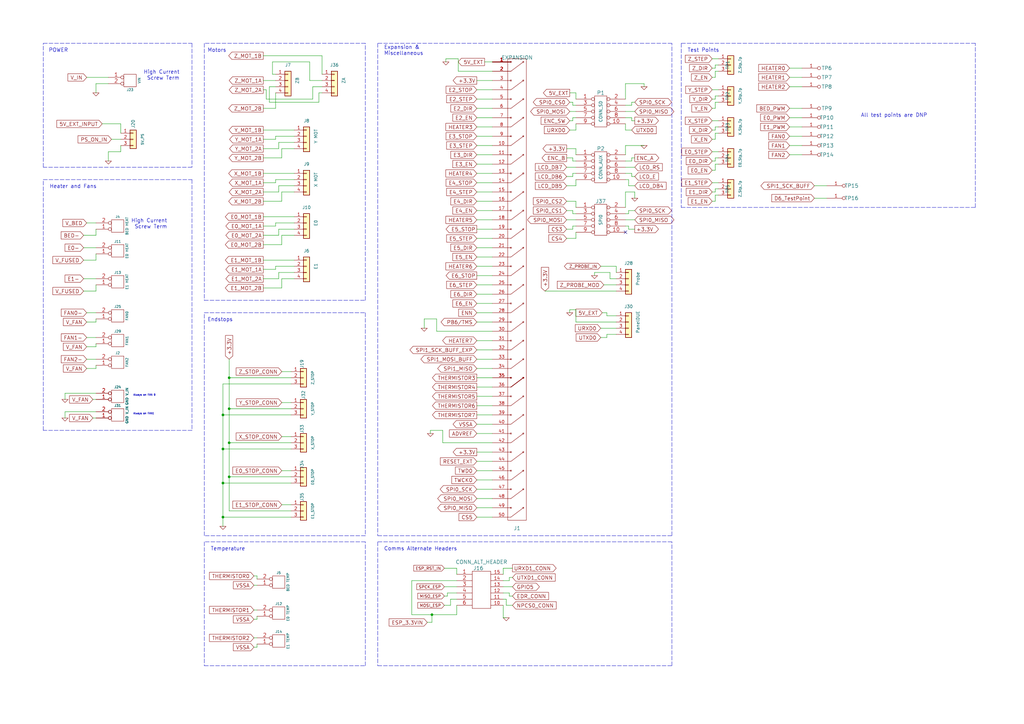
<source format=kicad_sch>
(kicad_sch (version 20211123) (generator eeschema)
  (paper "A3")
  (title_block (title "Duet 2") (date "2023-04-06") (rev "1.06") (company "Duet3D") (comment 1 "https://github.com/T3P3/Duet/blob/master/LICENSE"))
  (junction (at 93.98 195.58))
  (junction (at 91.44 170.18))
  (junction (at 93.98 181.61))
  (junction (at 93.98 167.64))
  (junction (at 177.165 252.095))
  (junction (at 91.44 212.09))
  (junction (at 91.44 198.12))
  (junction (at 91.44 184.15))
  (junction (at 93.98 154.94))
  (no_connect (at 256.54 95.25))
  (wire (pts (xy 184.785 248.285) (xy 182.245 248.285)))
  (wire (pts (xy 206.375 233.045) (xy 210.185 233.045)))
  (wire (pts (xy 292.1 62.23) (xy 294.64 62.23)))
  (wire (pts (xy 234.95 48.26) (xy 236.22 48.26)))
  (wire (pts (xy 260.35 45.72) (xy 256.54 45.72)))
  (wire (pts (xy 181.61 181.61) (xy 201.93 181.61)))
  (wire (pts (xy 128.27 35.56) (xy 132.08 35.56)))
  (wire (pts (xy 93.98 154.94) (xy 93.98 167.64)))
  (wire (pts (xy 256.54 34.29) (xy 264.16 34.29)))
  (wire (pts (xy 236.22 38.1) (xy 236.22 40.64)))
  (wire (pts (xy 113.03 109.22) (xy 120.65 109.22)))
  (polyline (pts (xy 83.82 128.27) (xy 149.86 128.27)))
  (wire (pts (xy 41.91 50.8) (xy 49.53 50.8)))
  (wire (pts (xy 109.22 36.83) (xy 109.22 40.64)))
  (wire (pts (xy 232.41 93.98) (xy 234.95 93.98)))
  (polyline (pts (xy 17.78 68.58) (xy 17.78 17.78)))
  (polyline (pts (xy 154.94 219.71) (xy 275.59 219.71)))
  (wire (pts (xy 195.58 113.03) (xy 201.93 113.03)))
  (wire (pts (xy 292.1 49.53) (xy 294.64 49.53)))
  (wire (pts (xy 91.44 170.18) (xy 119.38 170.18)))
  (wire (pts (xy 234.95 92.71) (xy 236.22 92.71)))
  (wire (pts (xy 184.785 245.745) (xy 184.785 248.285)))
  (wire (pts (xy 293.37 41.91) (xy 294.64 41.91)))
  (wire (pts (xy 176.53 176.53) (xy 176.53 177.8)))
  (wire (pts (xy 292.1 36.83) (xy 294.64 36.83)))
  (wire (pts (xy 113.03 55.88) (xy 120.65 55.88)))
  (wire (pts (xy 115.57 64.77) (xy 115.57 60.96)))
  (wire (pts (xy 195.58 82.55) (xy 201.93 82.55)))
  (wire (pts (xy 107.95 110.49) (xy 113.03 110.49)))
  (wire (pts (xy 236.22 82.55) (xy 236.22 85.09)))
  (wire (pts (xy 182.88 24.13) (xy 187.96 24.13)))
  (wire (pts (xy 93.98 147.32) (xy 93.98 154.94)))
  (wire (pts (xy 39.37 96.52) (xy 34.29 96.52)))
  (wire (pts (xy 248.92 128.27) (xy 248.92 129.54)))
  (wire (pts (xy 256.54 48.26) (xy 259.08 48.26)))
  (wire (pts (xy 107.95 92.71) (xy 113.03 92.71)))
  (wire (pts (xy 34.29 106.68) (xy 39.37 106.68)))
  (wire (pts (xy 39.37 147.32) (xy 35.56 147.32)))
  (wire (pts (xy 195.58 128.27) (xy 201.93 128.27)))
  (wire (pts (xy 177.165 255.27) (xy 177.165 252.095)))
  (wire (pts (xy 93.98 181.61) (xy 119.38 181.61)))
  (wire (pts (xy 292.1 44.45) (xy 293.37 44.45)))
  (polyline (pts (xy 275.59 273.05) (xy 275.59 222.25)))
  (wire (pts (xy 247.015 128.27) (xy 248.92 128.27)))
  (wire (pts (xy 107.95 106.68) (xy 120.65 106.68)))
  (wire (pts (xy 257.81 93.98) (xy 257.81 92.71)))
  (wire (pts (xy 206.375 248.285) (xy 206.375 253.365)))
  (wire (pts (xy 173.99 130.81) (xy 179.07 130.81)))
  (wire (pts (xy 195.58 204.47) (xy 201.93 204.47)))
  (wire (pts (xy 187.96 29.21) (xy 201.93 29.21)))
  (wire (pts (xy 208.915 244.475) (xy 208.915 243.205)))
  (wire (pts (xy 292.1 57.15) (xy 293.37 57.15)))
  (wire (pts (xy 107.95 57.15) (xy 113.03 57.15)))
  (wire (pts (xy 328.93 63.5) (xy 323.85 63.5)))
  (wire (pts (xy 183.515 243.205) (xy 187.325 243.205)))
  (wire (pts (xy 111.76 25.4) (xy 111.76 30.48)))
  (wire (pts (xy 38.1 171.45) (xy 39.37 171.45)))
  (wire (pts (xy 104.14 254) (xy 105.41 254)))
  (wire (pts (xy 35.56 142.24) (xy 39.37 142.24)))
  (wire (pts (xy 107.95 53.34) (xy 120.65 53.34)))
  (wire (pts (xy 293.37 40.64) (xy 293.37 39.37)))
  (wire (pts (xy 114.3 76.2) (xy 120.65 76.2)))
  (wire (pts (xy 234.95 87.63) (xy 236.22 87.63)))
  (wire (pts (xy 176.53 176.53) (xy 181.61 176.53)))
  (wire (pts (xy 292.1 53.34) (xy 293.37 53.34)))
  (wire (pts (xy 93.98 167.64) (xy 119.38 167.64)))
  (polyline (pts (xy 149.86 123.19) (xy 149.86 17.78)))
  (wire (pts (xy 195.58 212.09) (xy 201.93 212.09)))
  (wire (pts (xy 114.3 96.52) (xy 114.3 93.98)))
  (wire (pts (xy 233.68 45.72) (xy 236.22 45.72)))
  (wire (pts (xy 293.37 54.61) (xy 294.64 54.61)))
  (wire (pts (xy 115.57 78.74) (xy 120.65 78.74)))
  (wire (pts (xy 110.49 41.91) (xy 110.49 35.56)))
  (wire (pts (xy 26.67 168.91) (xy 26.67 171.45)))
  (wire (pts (xy 232.41 72.39) (xy 234.95 72.39)))
  (wire (pts (xy 91.44 198.12) (xy 91.44 212.09)))
  (wire (pts (xy 339.09 76.2) (xy 334.01 76.2)))
  (wire (pts (xy 195.58 93.98) (xy 201.93 93.98)))
  (polyline (pts (xy 400.05 85.09) (xy 400.05 17.78)))
  (wire (pts (xy 195.58 193.04) (xy 201.93 193.04)))
  (wire (pts (xy 195.58 109.22) (xy 201.93 109.22)))
  (wire (pts (xy 292.1 82.55) (xy 293.37 82.55)))
  (wire (pts (xy 44.45 31.75) (xy 35.56 31.75)))
  (wire (pts (xy 93.98 195.58) (xy 119.38 195.58)))
  (wire (pts (xy 115.57 114.3) (xy 120.65 114.3)))
  (wire (pts (xy 328.93 35.56) (xy 323.85 35.56)))
  (polyline (pts (xy 275.59 219.71) (xy 275.59 17.78)))
  (wire (pts (xy 201.93 116.84) (xy 195.58 116.84)))
  (polyline (pts (xy 78.74 17.78) (xy 78.74 68.58)))
  (wire (pts (xy 195.58 33.02) (xy 201.93 33.02)))
  (wire (pts (xy 107.95 96.52) (xy 114.3 96.52)))
  (wire (pts (xy 39.37 142.24) (xy 39.37 140.97)))
  (wire (pts (xy 195.58 74.93) (xy 201.93 74.93)))
  (wire (pts (xy 210.185 244.475) (xy 208.915 244.475)))
  (wire (pts (xy 208.915 238.125) (xy 206.375 238.125)))
  (wire (pts (xy 187.325 245.745) (xy 184.785 245.745)))
  (wire (pts (xy 292.1 78.74) (xy 293.37 78.74)))
  (wire (pts (xy 91.44 184.15) (xy 119.38 184.15)))
  (wire (pts (xy 293.37 78.74) (xy 293.37 77.47)))
  (wire (pts (xy 293.37 66.04) (xy 293.37 64.77)))
  (polyline (pts (xy 78.74 176.53) (xy 17.78 176.53)))
  (wire (pts (xy 93.98 195.58) (xy 93.98 209.55)))
  (wire (pts (xy 187.325 252.095) (xy 187.325 248.285)))
  (wire (pts (xy 113.03 91.44) (xy 120.65 91.44)))
  (polyline (pts (xy 17.78 176.53) (xy 17.78 73.66)))
  (wire (pts (xy 246.38 138.43) (xy 248.92 138.43)))
  (polyline (pts (xy 83.82 222.25) (xy 83.82 273.05)))
  (wire (pts (xy 179.07 135.89) (xy 201.93 135.89)))
  (wire (pts (xy 234.95 71.12) (xy 236.22 71.12)))
  (polyline (pts (xy 279.4 85.09) (xy 400.05 85.09)))
  (wire (pts (xy 201.93 185.42) (xy 195.58 185.42)))
  (wire (pts (xy 232.41 68.58) (xy 236.22 68.58)))
  (wire (pts (xy 177.165 252.095) (xy 187.325 252.095)))
  (wire (pts (xy 259.08 53.34) (xy 256.54 53.34)))
  (wire (pts (xy 195.58 170.18) (xy 201.93 170.18)))
  (wire (pts (xy 201.93 78.74) (xy 195.58 78.74)))
  (wire (pts (xy 233.68 127) (xy 233.68 128.27)))
  (wire (pts (xy 168.91 238.125) (xy 187.325 238.125)))
  (wire (pts (xy 195.58 90.17) (xy 201.93 90.17)))
  (wire (pts (xy 256.54 78.74) (xy 260.35 78.74)))
  (polyline (pts (xy 400.05 17.78) (xy 279.4 17.78)))
  (wire (pts (xy 113.03 57.15) (xy 113.03 55.88)))
  (wire (pts (xy 195.58 63.5) (xy 201.93 63.5)))
  (wire (pts (xy 114.3 111.76) (xy 120.65 111.76)))
  (polyline (pts (xy 78.74 68.58) (xy 17.78 68.58)))
  (polyline (pts (xy 17.78 73.66) (xy 78.74 73.66)))
  (wire (pts (xy 107.95 74.93) (xy 113.03 74.93)))
  (polyline (pts (xy 275.59 222.25) (xy 154.94 222.25)))
  (wire (pts (xy 91.44 212.09) (xy 91.44 215.9)))
  (wire (pts (xy 232.41 76.2) (xy 236.22 76.2)))
  (wire (pts (xy 195.58 101.6) (xy 201.93 101.6)))
  (wire (pts (xy 256.54 68.58) (xy 260.35 68.58)))
  (wire (pts (xy 91.44 157.48) (xy 91.44 170.18)))
  (wire (pts (xy 107.95 36.83) (xy 109.22 36.83)))
  (wire (pts (xy 39.37 91.44) (xy 35.56 91.44)))
  (wire (pts (xy 195.58 139.7) (xy 201.93 139.7)))
  (wire (pts (xy 198.755 25.4) (xy 201.93 25.4)))
  (wire (pts (xy 130.81 38.1) (xy 130.81 41.91)))
  (wire (pts (xy 236.22 53.34) (xy 236.22 50.8)))
  (wire (pts (xy 259.08 41.91) (xy 260.35 41.91)))
  (wire (pts (xy 104.14 265.43) (xy 105.41 265.43)))
  (wire (pts (xy 256.54 73.66) (xy 257.81 73.66)))
  (wire (pts (xy 293.37 57.15) (xy 293.37 54.61)))
  (wire (pts (xy 293.37 69.85) (xy 293.37 67.31)))
  (wire (pts (xy 175.26 255.27) (xy 177.165 255.27)))
  (wire (pts (xy 234.95 41.91) (xy 234.95 43.18)))
  (wire (pts (xy 256.54 71.12) (xy 259.08 71.12)))
  (wire (pts (xy 39.37 168.91) (xy 26.67 168.91)))
  (wire (pts (xy 104.14 236.22) (xy 105.41 236.22)))
  (wire (pts (xy 113.03 38.1) (xy 113.03 44.45)))
  (wire (pts (xy 39.37 119.38) (xy 39.37 116.84)))
  (wire (pts (xy 206.375 233.045) (xy 206.375 235.585)))
  (wire (pts (xy 328.93 27.94) (xy 323.85 27.94)))
  (wire (pts (xy 34.29 119.38) (xy 39.37 119.38)))
  (polyline (pts (xy 275.59 17.78) (xy 154.94 17.78)))
  (wire (pts (xy 201.93 86.36) (xy 195.58 86.36)))
  (wire (pts (xy 247.65 116.84) (xy 252.73 116.84)))
  (polyline (pts (xy 154.94 17.78) (xy 154.94 219.71)))
  (wire (pts (xy 34.29 114.3) (xy 39.37 114.3)))
  (wire (pts (xy 292.1 24.13) (xy 294.64 24.13)))
  (wire (pts (xy 232.41 90.17) (xy 236.22 90.17)))
  (wire (pts (xy 260.35 93.98) (xy 257.81 93.98)))
  (wire (pts (xy 236.22 132.08) (xy 252.73 132.08)))
  (wire (pts (xy 328.93 52.07) (xy 323.85 52.07)))
  (wire (pts (xy 93.98 154.94) (xy 119.38 154.94)))
  (wire (pts (xy 130.81 41.91) (xy 110.49 41.91)))
  (wire (pts (xy 234.95 72.39) (xy 234.95 71.12)))
  (wire (pts (xy 208.915 243.205) (xy 206.375 243.205)))
  (wire (pts (xy 173.99 134.62) (xy 173.99 130.81)))
  (wire (pts (xy 208.915 236.855) (xy 208.915 238.125)))
  (wire (pts (xy 293.37 64.77) (xy 294.64 64.77)))
  (wire (pts (xy 206.375 253.365) (xy 207.645 253.365)))
  (wire (pts (xy 195.58 189.23) (xy 201.93 189.23)))
  (wire (pts (xy 168.91 252.095) (xy 177.165 252.095)))
  (polyline (pts (xy 149.86 273.05) (xy 149.86 222.25)))
  (polyline (pts (xy 17.78 17.78) (xy 78.74 17.78)))
  (wire (pts (xy 114.3 93.98) (xy 120.65 93.98)))
  (wire (pts (xy 132.08 38.1) (xy 130.81 38.1)))
  (wire (pts (xy 114.3 78.74) (xy 114.3 76.2)))
  (wire (pts (xy 232.41 64.77) (xy 234.95 64.77)))
  (wire (pts (xy 201.93 55.88) (xy 195.58 55.88)))
  (wire (pts (xy 195.58 166.37) (xy 201.93 166.37)))
  (wire (pts (xy 39.37 132.08) (xy 39.37 130.81)))
  (wire (pts (xy 195.58 97.79) (xy 201.93 97.79)))
  (wire (pts (xy 195.58 132.08) (xy 201.93 132.08)))
  (wire (pts (xy 293.37 26.67) (xy 294.64 26.67)))
  (wire (pts (xy 107.95 78.74) (xy 114.3 78.74)))
  (wire (pts (xy 107.95 88.9) (xy 120.65 88.9)))
  (polyline (pts (xy 78.74 73.66) (xy 78.74 176.53)))
  (polyline (pts (xy 149.86 219.71) (xy 83.82 219.71)))
  (wire (pts (xy 292.1 27.94) (xy 293.37 27.94)))
  (wire (pts (xy 93.98 167.64) (xy 93.98 181.61)))
  (wire (pts (xy 260.35 86.36) (xy 257.81 86.36)))
  (wire (pts (xy 293.37 39.37) (xy 294.64 39.37)))
  (wire (pts (xy 232.41 82.55) (xy 236.22 82.55)))
  (wire (pts (xy 49.53 50.8) (xy 49.53 54.61)))
  (wire (pts (xy 105.41 250.19) (xy 104.14 250.19)))
  (wire (pts (xy 259.08 49.53) (xy 260.35 49.53)))
  (polyline (pts (xy 154.94 273.05) (xy 275.59 273.05)))
  (wire (pts (xy 233.68 49.53) (xy 234.95 49.53)))
  (wire (pts (xy 91.44 198.12) (xy 119.38 198.12)))
  (wire (pts (xy 91.44 212.09) (xy 119.38 212.09)))
  (wire (pts (xy 292.1 69.85) (xy 293.37 69.85)))
  (wire (pts (xy 49.53 59.69) (xy 49.53 62.23)))
  (wire (pts (xy 132.08 22.86) (xy 132.08 30.48)))
  (wire (pts (xy 234.95 43.18) (xy 236.22 43.18)))
  (wire (pts (xy 110.49 35.56) (xy 113.03 35.56)))
  (wire (pts (xy 105.41 236.22) (xy 105.41 237.49)))
  (wire (pts (xy 260.35 78.74) (xy 260.35 81.28)))
  (wire (pts (xy 93.98 209.55) (xy 119.38 209.55)))
  (wire (pts (xy 195.58 143.51) (xy 201.93 143.51)))
  (wire (pts (xy 207.645 245.745) (xy 206.375 245.745)))
  (wire (pts (xy 113.03 44.45) (xy 107.95 44.45)))
  (wire (pts (xy 39.37 161.29) (xy 26.67 161.29)))
  (wire (pts (xy 127 33.02) (xy 127 25.4)))
  (wire (pts (xy 181.61 176.53) (xy 181.61 181.61)))
  (wire (pts (xy 236.22 76.2) (xy 236.22 73.66)))
  (wire (pts (xy 115.57 82.55) (xy 115.57 78.74)))
  (wire (pts (xy 127 25.4) (xy 111.76 25.4)))
  (wire (pts (xy 105.41 254) (xy 105.41 252.73)))
  (wire (pts (xy 210.185 240.665) (xy 206.375 240.665)))
  (wire (pts (xy 39.37 138.43) (xy 35.56 138.43)))
  (polyline (pts (xy 83.82 17.78) (xy 83.82 123.19)))
  (wire (pts (xy 35.56 151.13) (xy 39.37 151.13)))
  (wire (pts (xy 107.95 33.02) (xy 113.03 33.02)))
  (wire (pts (xy 246.38 134.62) (xy 252.73 134.62)))
  (wire (pts (xy 293.37 77.47) (xy 294.64 77.47)))
  (wire (pts (xy 195.58 36.83) (xy 201.93 36.83)))
  (wire (pts (xy 115.57 152.4) (xy 119.38 152.4)))
  (wire (pts (xy 105.41 261.62) (xy 104.14 261.62)))
  (wire (pts (xy 293.37 27.94) (xy 293.37 26.67)))
  (wire (pts (xy 232.41 86.36) (xy 234.95 86.36)))
  (wire (pts (xy 293.37 53.34) (xy 293.37 52.07)))
  (wire (pts (xy 195.58 147.32) (xy 201.93 147.32)))
  (wire (pts (xy 195.58 154.94) (xy 201.93 154.94)))
  (wire (pts (xy 293.37 52.07) (xy 294.64 52.07)))
  (wire (pts (xy 252.73 111.76) (xy 252.73 109.22)))
  (wire (pts (xy 195.58 105.41) (xy 201.93 105.41)))
  (wire (pts (xy 114.3 60.96) (xy 114.3 58.42)))
  (wire (pts (xy 293.37 80.01) (xy 294.64 80.01)))
  (wire (pts (xy 207.645 248.285) (xy 207.645 245.745)))
  (wire (pts (xy 256.54 85.09) (xy 256.54 78.74)))
  (wire (pts (xy 293.37 82.55) (xy 293.37 80.01)))
  (wire (pts (xy 293.37 29.21) (xy 294.64 29.21)))
  (wire (pts (xy 113.03 92.71) (xy 113.03 91.44)))
  (wire (pts (xy 233.68 53.34) (xy 236.22 53.34)))
  (wire (pts (xy 105.41 265.43) (xy 105.41 264.16)))
  (wire (pts (xy 93.98 181.61) (xy 93.98 195.58)))
  (wire (pts (xy 182.245 233.045) (xy 187.325 233.045)))
  (wire (pts (xy 233.68 38.1) (xy 236.22 38.1)))
  (wire (pts (xy 264.16 34.29) (xy 264.16 35.56)))
  (wire (pts (xy 243.84 113.03) (xy 243.84 111.76)))
  (wire (pts (xy 39.37 106.68) (xy 39.37 104.14)))
  (wire (pts (xy 107.95 22.86) (xy 132.08 22.86)))
  (wire (pts (xy 107.95 64.77) (xy 115.57 64.77)))
  (wire (pts (xy 256.54 66.04) (xy 259.08 66.04)))
  (wire (pts (xy 234.95 64.77) (xy 234.95 66.04)))
  (wire (pts (xy 195.58 67.31) (xy 201.93 67.31)))
  (wire (pts (xy 195.58 200.66) (xy 201.93 200.66)))
  (wire (pts (xy 26.67 161.29) (xy 26.67 163.83)))
  (wire (pts (xy 113.03 74.93) (xy 113.03 73.66)))
  (wire (pts (xy 260.35 90.17) (xy 256.54 90.17)))
  (wire (pts (xy 259.08 71.12) (xy 259.08 72.39)))
  (wire (pts (xy 259.08 66.04) (xy 259.08 64.77)))
  (polyline (pts (xy 83.82 273.05) (xy 149.86 273.05)))
  (wire (pts (xy 256.54 43.18) (xy 259.08 43.18)))
  (wire (pts (xy 250.19 114.3) (xy 252.73 114.3)))
  (polyline (pts (xy 149.86 222.25) (xy 83.82 222.25)))
  (wire (pts (xy 210.185 248.285) (xy 207.645 248.285)))
  (wire (pts (xy 259.08 43.18) (xy 259.08 41.91)))
  (wire (pts (xy 257.81 76.2) (xy 260.35 76.2)))
  (wire (pts (xy 132.08 33.02) (xy 127 33.02)))
  (polyline (pts (xy 149.86 128.27) (xy 149.86 219.71)))
  (wire (pts (xy 293.37 31.75) (xy 293.37 29.21)))
  (polyline (pts (xy 154.94 222.25) (xy 154.94 273.05)))
  (wire (pts (xy 113.03 110.49) (xy 113.03 109.22)))
  (wire (pts (xy 256.54 53.34) (xy 256.54 50.8)))
  (wire (pts (xy 252.73 109.22) (xy 246.38 109.22)))
  (wire (pts (xy 115.57 165.1) (xy 119.38 165.1)))
  (wire (pts (xy 234.95 93.98) (xy 234.95 92.71)))
  (wire (pts (xy 256.54 59.69) (xy 256.54 63.5)))
  (wire (pts (xy 195.58 59.69) (xy 201.93 59.69)))
  (wire (pts (xy 115.57 118.11) (xy 115.57 114.3)))
  (wire (pts (xy 248.92 137.16) (xy 252.73 137.16)))
  (wire (pts (xy 107.95 71.12) (xy 120.65 71.12)))
  (wire (pts (xy 187.325 233.045) (xy 187.325 235.585)))
  (wire (pts (xy 259.08 64.77) (xy 260.35 64.77)))
  (wire (pts (xy 233.68 41.91) (xy 234.95 41.91)))
  (wire (pts (xy 195.58 196.85) (xy 201.93 196.85)))
  (wire (pts (xy 179.07 130.81) (xy 179.07 135.89)))
  (wire (pts (xy 39.37 128.27) (xy 35.56 128.27)))
  (wire (pts (xy 114.3 58.42) (xy 120.65 58.42)))
  (wire (pts (xy 107.95 60.96) (xy 114.3 60.96)))
  (wire (pts (xy 107.95 82.55) (xy 115.57 82.55)))
  (wire (pts (xy 49.53 62.23) (xy 44.45 62.23)))
  (wire (pts (xy 236.22 127) (xy 236.22 132.08)))
  (wire (pts (xy 293.37 67.31) (xy 294.64 67.31)))
  (wire (pts (xy 44.45 62.23) (xy 44.45 66.04)))
  (wire (pts (xy 234.95 49.53) (xy 234.95 48.26)))
  (wire (pts (xy 293.37 44.45) (xy 293.37 41.91)))
  (wire (pts (xy 248.92 129.54) (xy 252.73 129.54)))
  (wire (pts (xy 259.08 48.26) (xy 259.08 49.53)))
  (wire (pts (xy 223.52 119.38) (xy 252.73 119.38)))
  (wire (pts (xy 195.58 48.26) (xy 201.93 48.26)))
  (wire (pts (xy 168.91 252.095) (xy 168.91 238.125)))
  (wire (pts (xy 115.57 207.01) (xy 119.38 207.01)))
  (wire (pts (xy 111.76 30.48) (xy 113.03 30.48)))
  (wire (pts (xy 182.245 240.665) (xy 187.325 240.665)))
  (wire (pts (xy 292.1 66.04) (xy 293.37 66.04)))
  (wire (pts (xy 250.19 111.76) (xy 250.19 114.3)))
  (wire (pts (xy 107.95 100.33) (xy 115.57 100.33)))
  (wire (pts (xy 257.81 87.63) (xy 256.54 87.63)))
  (wire (pts (xy 195.58 71.12) (xy 201.93 71.12)))
  (wire (pts (xy 39.37 93.98) (xy 39.37 96.52)))
  (wire (pts (xy 292.1 40.64) (xy 293.37 40.64)))
  (wire (pts (xy 257.81 86.36) (xy 257.81 87.63)))
  (wire (pts (xy 292.1 31.75) (xy 293.37 31.75)))
  (wire (pts (xy 256.54 34.29) (xy 256.54 40.64)))
  (wire (pts (xy 195.58 52.07) (xy 201.93 52.07)))
  (wire (pts (xy 236.22 60.96) (xy 236.22 63.5)))
  (wire (pts (xy 195.58 158.75) (xy 201.93 158.75)))
  (wire (pts (xy 195.58 151.13) (xy 201.93 151.13)))
  (wire (pts (xy 328.93 48.26) (xy 323.85 48.26)))
  (wire (pts (xy 259.08 72.39) (xy 260.35 72.39)))
  (wire (pts (xy 115.57 60.96) (xy 120.65 60.96)))
  (wire (pts (xy 328.93 59.69) (xy 323.85 59.69)))
  (wire (pts (xy 236.22 97.79) (xy 236.22 95.25)))
  (wire (pts (xy 183.515 243.205) (xy 183.515 244.475)))
  (wire (pts (xy 113.03 73.66) (xy 120.65 73.66)))
  (wire (pts (xy 115.57 179.07) (xy 119.38 179.07)))
  (wire (pts (xy 195.58 120.65) (xy 201.93 120.65)))
  (wire (pts (xy 195.58 208.28) (xy 201.93 208.28)))
  (polyline (pts (xy 279.4 17.78) (xy 279.4 85.09)))
  (wire (pts (xy 201.93 40.64) (xy 195.58 40.64)))
  (wire (pts (xy 234.95 86.36) (xy 234.95 87.63)))
  (wire (pts (xy 128.27 40.64) (xy 128.27 35.56)))
  (wire (pts (xy 39.37 34.29) (xy 44.45 34.29)))
  (wire (pts (xy 195.58 177.8) (xy 201.93 177.8)))
  (wire (pts (xy 328.93 55.88) (xy 323.85 55.88)))
  (wire (pts (xy 195.58 44.45) (xy 201.93 44.45)))
  (wire (pts (xy 39.37 38.1) (xy 39.37 34.29)))
  (wire (pts (xy 114.3 114.3) (xy 114.3 111.76)))
  (wire (pts (xy 195.58 162.56) (xy 201.93 162.56)))
  (wire (pts (xy 115.57 96.52) (xy 120.65 96.52)))
  (wire (pts (xy 243.84 111.76) (xy 250.19 111.76)))
  (wire (pts (xy 107.95 114.3) (xy 114.3 114.3)))
  (polyline (pts (xy 83.82 123.19) (xy 149.86 123.19)))
  (wire (pts (xy 34.29 101.6) (xy 39.37 101.6)))
  (wire (pts (xy 257.81 92.71) (xy 256.54 92.71)))
  (wire (pts (xy 38.1 163.83) (xy 39.37 163.83)))
  (wire (pts (xy 292.1 74.93) (xy 294.64 74.93)))
  (wire (pts (xy 233.68 127) (xy 236.22 127)))
  (wire (pts (xy 91.44 170.18) (xy 91.44 184.15)))
  (polyline (pts (xy 149.86 17.78) (xy 83.82 17.78)))
  (wire (pts (xy 328.93 44.45) (xy 323.85 44.45)))
  (wire (pts (xy 39.37 151.13) (xy 39.37 149.86)))
  (wire (pts (xy 104.14 240.03) (xy 105.41 240.03)))
  (wire (pts (xy 183.515 244.475) (xy 182.245 244.475)))
  (wire (pts (xy 256.54 59.69) (xy 264.16 59.69)))
  (wire (pts (xy 195.58 173.99) (xy 201.93 173.99)))
  (wire (pts (xy 210.185 236.855) (xy 208.915 236.855)))
  (wire (pts (xy 91.44 157.48) (xy 119.38 157.48)))
  (wire (pts (xy 232.41 97.79) (xy 236.22 97.79)))
  (wire (pts (xy 234.95 66.04) (xy 236.22 66.04)))
  (wire (pts (xy 257.81 73.66) (xy 257.81 76.2)))
  (wire (pts (xy 195.58 124.46) (xy 201.93 124.46)))
  (polyline (pts (xy 83.82 219.71) (xy 83.82 128.27)))
  (wire (pts (xy 35.56 132.08) (xy 39.37 132.08)))
  (wire (pts (xy 45.72 57.15) (xy 49.53 57.15)))
  (wire (pts (xy 248.92 138.43) (xy 248.92 137.16)))
  (wire (pts (xy 91.44 184.15) (xy 91.44 198.12)))
  (wire (pts (xy 115.57 100.33) (xy 115.57 96.52)))
  (wire (pts (xy 339.09 81.28) (xy 334.01 81.28)))
  (wire (pts (xy 232.41 60.96) (xy 236.22 60.96)))
  (wire (pts (xy 115.57 193.04) (xy 119.38 193.04)))
  (wire (pts (xy 109.22 40.64) (xy 128.27 40.64)))
  (wire (pts (xy 107.95 118.11) (xy 115.57 118.11)))
  (wire (pts (xy 328.93 31.75) (xy 323.85 31.75)))
  (wire (pts (xy 182.88 24.13) (xy 182.88 25.4)))
  (wire (pts (xy 187.96 24.13) (xy 187.96 29.21)))
  (text "Always on FAN 0" (at 54.61 162.56 0) (effects (font (size 0.7112 0.7112)) (justify left bottom)))
  (text "All test points are DNP" (at 353.06 48.26 0) (effects (font (size 1.524 1.524)) (justify left bottom)))
  (text "High Current\nScrew Term" (at 68.58 93.98 180) (effects (font (size 1.524 1.524)) (justify right bottom)))
  (text "Heater and Fans" (at 20.32 77.47 0) (effects (font (size 1.524 1.524)) (justify left bottom)))
  (text "Test Points" (at 281.94 21.59 0) (effects (font (size 1.524 1.524)) (justify left bottom)))
  (text "Temperature" (at 86.36 226.06 0) (effects (font (size 1.524 1.524)) (justify left bottom)))
  (text "Always on FAN1" (at 54.61 170.18 0) (effects (font (size 0.7112 0.7112)) (justify left bottom)))
  (text "Endstops" (at 85.09 132.08 0) (effects (font (size 1.524 1.524)) (justify left bottom)))
  (text "POWER" (at 27.94 21.59 180) (effects (font (size 1.524 1.524)) (justify right bottom)))
  (text "Motors" (at 85.09 21.59 0) (effects (font (size 1.524 1.524)) (justify left bottom)))
  (text "Expansion &\nMiscellaneous" (at 157.48 22.86 0) (effects (font (size 1.524 1.524)) (justify left bottom)))
  (text "Comms Alternate Headers" (at 157.48 226.06 0) (effects (font (size 1.524 1.524)) (justify left bottom)))
  (text "High Current\nScrew Term" (at 73.66 33.02 180) (effects (font (size 1.524 1.524)) (justify right bottom)))
  (global_label "D6_TestPoint" (shape input) (at 334.01 81.28 180) (effects (font (size 1.524 1.524))) (property "Intersheet References" "${INTERSHEET_REFS}" (effects hide)))
  (global_label "E0_DIR" (shape input) (at 292.1 66.04 180) (effects (font (size 1.524 1.524))) (property "Intersheet References" "${INTERSHEET_REFS}" (effects hide)))
  (global_label "5V_EXT_INPUT" (shape input) (at 41.91 50.8 180) (effects (font (size 1.524 1.524))) (property "Intersheet References" "${INTERSHEET_REFS}" (effects hide)))
  (global_label "Z_DIR" (shape input) (at 292.1 27.94 180) (effects (font (size 1.524 1.524))) (property "Intersheet References" "${INTERSHEET_REFS}" (effects hide)))
  (global_label "SPI0_CS0" (shape bidirectional) (at 233.68 41.91 180) (effects (font (size 1.524 1.524))) (property "Intersheet References" "${INTERSHEET_REFS}" (effects hide)))
  (global_label "ENC_A" (shape output) (at 260.35 64.77 0) (effects (font (size 1.524 1.524))) (property "Intersheet References" "${INTERSHEET_REFS}" (effects hide)))
  (global_label "E5_STEP" (shape input) (at 195.58 97.79 180) (effects (font (size 1.524 1.524))) (property "Intersheet References" "${INTERSHEET_REFS}" (effects hide)))
  (global_label "HEATER7" (shape bidirectional) (at 195.58 139.7 180) (effects (font (size 1.524 1.524))) (property "Intersheet References" "${INTERSHEET_REFS}" (effects hide)))
  (global_label "ESP_3.3VIN" (shape input) (at 175.26 255.27 180) (effects (font (size 1.524 1.524))) (property "Intersheet References" "${INTERSHEET_REFS}" (effects hide)))
  (global_label "URXD1_CONN" (shape output) (at 210.185 233.045 0) (effects (font (size 1.524 1.524))) (property "Intersheet References" "${INTERSHEET_REFS}" (effects hide)))
  (global_label "THERMISTOR6" (shape output) (at 195.58 166.37 180) (effects (font (size 1.524 1.524))) (property "Intersheet References" "${INTERSHEET_REFS}" (effects hide)))
  (global_label "URXD0" (shape input) (at 246.38 134.62 180) (effects (font (size 1.524 1.524))) (property "Intersheet References" "${INTERSHEET_REFS}" (effects hide)))
  (global_label "CS4" (shape input) (at 232.41 97.79 180) (effects (font (size 1.524 1.524))) (property "Intersheet References" "${INTERSHEET_REFS}" (effects hide)))
  (global_label "E3_STEP" (shape input) (at 195.58 59.69 180) (effects (font (size 1.524 1.524))) (property "Intersheet References" "${INTERSHEET_REFS}" (effects hide)))
  (global_label "FAN0-" (shape input) (at 35.56 128.27 180) (effects (font (size 1.524 1.524))) (property "Intersheet References" "${INTERSHEET_REFS}" (effects hide)))
  (global_label "Y_EN" (shape input) (at 292.1 44.45 180) (effects (font (size 1.524 1.524))) (property "Intersheet References" "${INTERSHEET_REFS}" (effects hide)))
  (global_label "E0_STOP_CONN" (shape input) (at 115.57 193.04 180) (effects (font (size 1.524 1.524))) (property "Intersheet References" "${INTERSHEET_REFS}" (effects hide)))
  (global_label "FAN1" (shape input) (at 323.85 59.69 180) (effects (font (size 1.524 1.524))) (property "Intersheet References" "${INTERSHEET_REFS}" (effects hide)))
  (global_label "Z_MOT_1A" (shape output) (at 107.95 33.02 180) (effects (font (size 1.524 1.524))) (property "Intersheet References" "${INTERSHEET_REFS}" (effects hide)))
  (global_label "E6_DIR" (shape input) (at 195.58 120.65 180) (effects (font (size 1.524 1.524))) (property "Intersheet References" "${INTERSHEET_REFS}" (effects hide)))
  (global_label "X_STEP" (shape input) (at 292.1 49.53 180) (effects (font (size 1.524 1.524))) (property "Intersheet References" "${INTERSHEET_REFS}" (effects hide)))
  (global_label "X_MOT_2A" (shape output) (at 107.95 78.74 180) (effects (font (size 1.524 1.524))) (property "Intersheet References" "${INTERSHEET_REFS}" (effects hide)))
  (global_label "V_BED" (shape input) (at 35.56 91.44 180) (effects (font (size 1.524 1.524))) (property "Intersheet References" "${INTERSHEET_REFS}" (effects hide)))
  (global_label "BED_PWM" (shape input) (at 323.85 44.45 180) (effects (font (size 1.524 1.524))) (property "Intersheet References" "${INTERSHEET_REFS}" (effects hide)))
  (global_label "Z_STEP" (shape input) (at 292.1 24.13 180) (effects (font (size 1.524 1.524))) (property "Intersheet References" "${INTERSHEET_REFS}" (effects hide)))
  (global_label "HEATER6" (shape input) (at 195.58 109.22 180) (effects (font (size 1.524 1.524))) (property "Intersheet References" "${INTERSHEET_REFS}" (effects hide)))
  (global_label "E2_EN" (shape input) (at 195.58 48.26 180) (effects (font (size 1.524 1.524))) (property "Intersheet References" "${INTERSHEET_REFS}" (effects hide)))
  (global_label "E4_STEP" (shape input) (at 195.58 78.74 180) (effects (font (size 1.524 1.524))) (property "Intersheet References" "${INTERSHEET_REFS}" (effects hide)))
  (global_label "+3.3V" (shape output) (at 232.41 60.96 180) (effects (font (size 1.524 1.524))) (property "Intersheet References" "${INTERSHEET_REFS}" (effects hide)))
  (global_label "E6_EN" (shape input) (at 195.58 124.46 180) (effects (font (size 1.524 1.524))) (property "Intersheet References" "${INTERSHEET_REFS}" (effects hide)))
  (global_label "E1_STEP" (shape input) (at 292.1 74.93 180) (effects (font (size 1.524 1.524))) (property "Intersheet References" "${INTERSHEET_REFS}" (effects hide)))
  (global_label "E3_EN" (shape input) (at 195.58 67.31 180) (effects (font (size 1.524 1.524))) (property "Intersheet References" "${INTERSHEET_REFS}" (effects hide)))
  (global_label "Y_MOT_2B" (shape output) (at 107.95 64.77 180) (effects (font (size 1.524 1.524))) (property "Intersheet References" "${INTERSHEET_REFS}" (effects hide)))
  (global_label "ENN" (shape input) (at 195.58 128.27 180) (effects (font (size 1.524 1.524))) (property "Intersheet References" "${INTERSHEET_REFS}" (effects hide)))
  (global_label "NPCS0_CONN" (shape input) (at 210.185 248.285 0) (effects (font (size 1.524 1.524))) (property "Intersheet References" "${INTERSHEET_REFS}" (effects hide)))
  (global_label "Z_EN" (shape input) (at 292.1 31.75 180) (effects (font (size 1.524 1.524))) (property "Intersheet References" "${INTERSHEET_REFS}" (effects hide)))
  (global_label "Y_MOT_1A" (shape output) (at 107.95 57.15 180) (effects (font (size 1.524 1.524))) (property "Intersheet References" "${INTERSHEET_REFS}" (effects hide)))
  (global_label "PS_ON_IN" (shape input) (at 45.72 57.15 180) (effects (font (size 1.524 1.524))) (property "Intersheet References" "${INTERSHEET_REFS}" (effects hide)))
  (global_label "E3_DIR" (shape input) (at 195.58 63.5 180) (effects (font (size 1.524 1.524))) (property "Intersheet References" "${INTERSHEET_REFS}" (effects hide)))
  (global_label "HEATER3" (shape input) (at 195.58 52.07 180) (effects (font (size 1.524 1.524))) (property "Intersheet References" "${INTERSHEET_REFS}" (effects hide)))
  (global_label "SPI0_MOSI" (shape bidirectional) (at 232.41 90.17 180) (effects (font (size 1.524 1.524))) (property "Intersheet References" "${INTERSHEET_REFS}" (effects hide)))
  (global_label "Z_MOT_1B" (shape output) (at 107.95 22.86 180) (effects (font (size 1.524 1.524))) (property "Intersheet References" "${INTERSHEET_REFS}" (effects hide)))
  (global_label "THERMISTOR3" (shape output) (at 195.58 154.94 180) (effects (font (size 1.524 1.524))) (property "Intersheet References" "${INTERSHEET_REFS}" (effects hide)))
  (global_label "CS5" (shape input) (at 195.58 212.09 180) (effects (font (size 1.524 1.524))) (property "Intersheet References" "${INTERSHEET_REFS}" (effects hide)))
  (global_label "E5_STOP" (shape output) (at 195.58 93.98 180) (effects (font (size 1.524 1.524))) (property "Intersheet References" "${INTERSHEET_REFS}" (effects hide)))
  (global_label "E2_DIR" (shape input) (at 195.58 44.45 180) (effects (font (size 1.524 1.524))) (property "Intersheet References" "${INTERSHEET_REFS}" (effects hide)))
  (global_label "SPI0_MOSI" (shape bidirectional) (at 195.58 204.47 180) (effects (font (size 1.524 1.524))) (property "Intersheet References" "${INTERSHEET_REFS}" (effects hide)))
  (global_label "SPI0_CS1" (shape input) (at 232.41 86.36 180) (effects (font (size 1.524 1.524))) (property "Intersheet References" "${INTERSHEET_REFS}" (effects hide)))
  (global_label "E1_MOT_1B" (shape output) (at 107.95 106.68 180) (effects (font (size 1.524 1.524))) (property "Intersheet References" "${INTERSHEET_REFS}" (effects hide)))
  (global_label "MOSI_ESP" (shape input) (at 182.245 248.285 180) (effects (font (size 1.1938 1.1938))) (property "Intersheet References" "${INTERSHEET_REFS}" (effects hide)))
  (global_label "SPI1_MOSI_BUFF" (shape bidirectional) (at 195.58 147.32 180) (effects (font (size 1.524 1.524))) (property "Intersheet References" "${INTERSHEET_REFS}" (effects hide)))
  (global_label "SPI0_SCK" (shape bidirectional) (at 260.35 86.36 0) (effects (font (size 1.524 1.524))) (property "Intersheet References" "${INTERSHEET_REFS}" (effects hide)))
  (global_label "V_FAN" (shape input) (at 35.56 132.08 180) (effects (font (size 1.524 1.524))) (property "Intersheet References" "${INTERSHEET_REFS}" (effects hide)))
  (global_label "V_IN" (shape input) (at 35.56 31.75 180) (effects (font (size 1.524 1.524))) (property "Intersheet References" "${INTERSHEET_REFS}" (effects hide)))
  (global_label "E6_STOP" (shape output) (at 195.58 113.03 180) (effects (font (size 1.524 1.524))) (property "Intersheet References" "${INTERSHEET_REFS}" (effects hide)))
  (global_label "SPI0_MOSI" (shape bidirectional) (at 233.68 45.72 180) (effects (font (size 1.524 1.524))) (property "Intersheet References" "${INTERSHEET_REFS}" (effects hide)))
  (global_label "LCD_DB4" (shape input) (at 260.35 76.2 0) (effects (font (size 1.524 1.524))) (property "Intersheet References" "${INTERSHEET_REFS}" (effects hide)))
  (global_label "SPI0_MISO" (shape bidirectional) (at 260.35 90.17 0) (effects (font (size 1.524 1.524))) (property "Intersheet References" "${INTERSHEET_REFS}" (effects hide)))
  (global_label "VSSA" (shape input) (at 104.14 265.43 180) (effects (font (size 1.524 1.524))) (property "Intersheet References" "${INTERSHEET_REFS}" (effects hide)))
  (global_label "SPI0_MISO" (shape bidirectional) (at 260.35 45.72 0) (effects (font (size 1.524 1.524))) (property "Intersheet References" "${INTERSHEET_REFS}" (effects hide)))
  (global_label "V_FUSED" (shape input) (at 34.29 119.38 180) (effects (font (size 1.524 1.524))) (property "Intersheet References" "${INTERSHEET_REFS}" (effects hide)))
  (global_label "X_STOP_CONN" (shape input) (at 115.57 179.07 180) (effects (font (size 1.524 1.524))) (property "Intersheet References" "${INTERSHEET_REFS}" (effects hide)))
  (global_label "E1_DIR" (shape input) (at 292.1 78.74 180) (effects (font (size 1.524 1.524))) (property "Intersheet References" "${INTERSHEET_REFS}" (effects hide)))
  (global_label "LCD_DB6" (shape input) (at 232.41 72.39 180) (effects (font (size 1.524 1.524))) (property "Intersheet References" "${INTERSHEET_REFS}" (effects hide)))
  (global_label "+3.3V" (shape output) (at 260.35 49.53 0) (effects (font (size 1.524 1.524))) (property "Intersheet References" "${INTERSHEET_REFS}" (effects hide)))
  (global_label "X_DIR" (shape input) (at 292.1 53.34 180) (effects (font (size 1.524 1.524))) (property "Intersheet References" "${INTERSHEET_REFS}" (effects hide)))
  (global_label "FAN0" (shape input) (at 323.85 55.88 180) (effects (font (size 1.524 1.524))) (property "Intersheet References" "${INTERSHEET_REFS}" (effects hide)))
  (global_label "Z_PROBE_MOD" (shape input) (at 247.65 116.84 180) (effects (font (size 1.524 1.524))) (property "Intersheet References" "${INTERSHEET_REFS}" (effects hide)))
  (global_label "E0_PWM" (shape input) (at 323.85 48.26 180) (effects (font (size 1.524 1.524))) (property "Intersheet References" "${INTERSHEET_REFS}" (effects hide)))
  (global_label "E4_DIR" (shape input) (at 195.58 82.55 180) (effects (font (size 1.524 1.524))) (property "Intersheet References" "${INTERSHEET_REFS}" (effects hide)))
  (global_label "VSSA" (shape input) (at 104.14 240.03 180) (effects (font (size 1.524 1.524))) (property "Intersheet References" "${INTERSHEET_REFS}" (effects hide)))
  (global_label "THERMISTOR5" (shape output) (at 195.58 162.56 180) (effects (font (size 1.524 1.524))) (property "Intersheet References" "${INTERSHEET_REFS}" (effects hide)))
  (global_label "Z_STOP_CONN" (shape input) (at 115.57 152.4 180) (effects (font (size 1.524 1.524))) (property "Intersheet References" "${INTERSHEET_REFS}" (effects hide)))
  (global_label "+3.3V" (shape output) (at 260.35 93.98 0) (effects (font (size 1.524 1.524))) (property "Intersheet References" "${INTERSHEET_REFS}" (effects hide)))
  (global_label "THERMISTOR0" (shape input) (at 104.14 236.22 180) (effects (font (size 1.524 1.524))) (property "Intersheet References" "${INTERSHEET_REFS}" (effects hide)))
  (global_label "Y_DIR" (shape input) (at 292.1 40.64 180) (effects (font (size 1.524 1.524))) (property "Intersheet References" "${INTERSHEET_REFS}" (effects hide)))
  (global_label "E0_STEP" (shape input) (at 292.1 62.23 180) (effects (font (size 1.524 1.524))) (property "Intersheet References" "${INTERSHEET_REFS}" (effects hide)))
  (global_label "MISO_ESP" (shape input) (at 182.245 244.475 180) (effects (font (size 1.1938 1.1938))) (property "Intersheet References" "${INTERSHEET_REFS}" (effects hide)))
  (global_label "BED-" (shape input) (at 34.29 96.52 180) (effects (font (size 1.524 1.524))) (property "Intersheet References" "${INTERSHEET_REFS}" (effects hide)))
  (global_label "Z_PROBE_IN" (shape bidirectional) (at 246.38 109.22 180) (property "Intersheet References" "${INTERSHEET_REFS}" (effects hide)))
  (global_label "TWD0" (shape input) (at 195.58 193.04 180) (effects (font (size 1.524 1.524))) (property "Intersheet References" "${INTERSHEET_REFS}" (effects hide)))
  (global_label "E6_STEP" (shape input) (at 195.58 116.84 180) (effects (font (size 1.524 1.524))) (property "Intersheet References" "${INTERSHEET_REFS}" (effects hide)))
  (global_label "+3.3V" (shape input) (at 223.52 119.38 90) (effects (font (size 1.524 1.524))) (property "Intersheet References" "${INTERSHEET_REFS}" (effects hide)))
  (global_label "5V_EXT" (shape output) (at 198.755 25.4 180) (effects (font (size 1.524 1.524))) (property "Intersheet References" "${INTERSHEET_REFS}" (effects hide)))
  (global_label "LCD_DB5" (shape input) (at 232.41 76.2 180) (effects (font (size 1.524 1.524))) (property "Intersheet References" "${INTERSHEET_REFS}" (effects hide)))
  (global_label "X_EN" (shape input) (at 292.1 57.15 180) (effects (font (size 1.524 1.524))) (property "Intersheet References" "${INTERSHEET_REFS}" (effects hide)))
  (global_label "HEATER2" (shape input) (at 323.85 35.56 180) (effects (font (size 1.524 1.524))) (property "Intersheet References" "${INTERSHEET_REFS}" (effects hide)))
  (global_label "E0_MOT_1A" (shape output) (at 107.95 92.71 180) (effects (font (size 1.524 1.524))) (property "Intersheet References" "${INTERSHEET_REFS}" (effects hide)))
  (global_label "SPCK_ESP" (shape input) (at 182.245 240.665 180) (effects (font (size 1.1938 1.1938))) (property "Intersheet References" "${INTERSHEET_REFS}" (effects hide)))
  (global_label "SPI1_MISO" (shape bidirectional) (at 195.58 151.13 180) (effects (font (size 1.524 1.524))) (property "Intersheet References" "${INTERSHEET_REFS}" (effects hide)))
  (global_label "E1_PWM" (shape input) (at 323.85 52.07 180) (effects (font (size 1.524 1.524))) (property "Intersheet References" "${INTERSHEET_REFS}" (effects hide)))
  (global_label "RESET_EXT" (shape input) (at 195.58 189.23 180) (effects (font (size 1.524 1.524))) (property "Intersheet References" "${INTERSHEET_REFS}" (effects hide)))
  (global_label "E2_STEP" (shape input) (at 195.58 40.64 180) (effects (font (size 1.524 1.524))) (property "Intersheet References" "${INTERSHEET_REFS}" (effects hide)))
  (global_label "HEATER1" (shape input) (at 323.85 31.75 180) (effects (font (size 1.524 1.524))) (property "Intersheet References" "${INTERSHEET_REFS}" (effects hide)))
  (global_label "E1_EN" (shape input) (at 292.1 82.55 180) (effects (font (size 1.524 1.524))) (property "Intersheet References" "${INTERSHEET_REFS}" (effects hide)))
  (global_label "FAN1-" (shape input) (at 35.56 138.43 180) (effects (font (size 1.524 1.524))) (property "Intersheet References" "${INTERSHEET_REFS}" (effects hide)))
  (global_label "HEATER0" (shape input) (at 323.85 27.94 180) (effects (font (size 1.524 1.524))) (property "Intersheet References" "${INTERSHEET_REFS}" (effects hide)))
  (global_label "Y_STEP" (shape input) (at 292.1 36.83 180) (effects (font (size 1.524 1.524))) (property "Intersheet References" "${INTERSHEET_REFS}" (effects hide)))
  (global_label "V_FAN" (shape input) (at 38.1 171.45 180) (effects (font (size 1.524 1.524))) (property "Intersheet References" "${INTERSHEET_REFS}" (effects hide)))
  (global_label "PB6/TMS" (shape bidirectional) (at 195.58 132.08 180) (effects (font (size 1.524 1.524))) (property "Intersheet References" "${INTERSHEET_REFS}" (effects hide)))
  (global_label "Y_STOP_CONN" (shape input) (at 115.57 165.1 180) (effects (font (size 1.524 1.524))) (property "Intersheet References" "${INTERSHEET_REFS}" (effects hide)))
  (global_label "SPI0_CS2" (shape input) (at 232.41 82.55 180) (effects (font (size 1.524 1.524))) (property "Intersheet References" "${INTERSHEET_REFS}" (effects hide)))
  (global_label "ENC_SW" (shape input) (at 233.68 49.53 180) (effects (font (size 1.524 1.524))) (property "Intersheet References" "${INTERSHEET_REFS}" (effects hide)))
  (global_label "E0_MOT_2A" (shape output) (at 107.95 96.52 180) (effects (font (size 1.524 1.524))) (property "Intersheet References" "${INTERSHEET_REFS}" (effects hide)))
  (global_label "E0_EN" (shape input) (at 292.1 69.85 180) (effects (font (size 1.524 1.524))) (property "Intersheet References" "${INTERSHEET_REFS}" (effects hide)))
  (global_label "E5_DIR" (shape input) (at 195.58 101.6 180) (effects (font (size 1.524 1.524))) (property "Intersheet References" "${INTERSHEET_REFS}" (effects hide)))
  (global_label "HEATER4" (shape input) (at 195.58 71.12 180) (effects (font (size 1.524 1.524))) (property "Intersheet References" "${INTERSHEET_REFS}" (effects hide)))
  (global_label "SPI1_SCK_BUFF_EXP" (shape bidirectional) (at 195.58 143.51 180) (effects (font (size 1.524 1.524))) (property "Intersheet References" "${INTERSHEET_REFS}" (effects hide)))
  (global_label "UTXD1_CONN" (shape input) (at 210.185 236.855 0) (effects (font (size 1.524 1.524))) (property "Intersheet References" "${INTERSHEET_REFS}" (effects hide)))
  (global_label "Z_MOT_2A" (shape output) (at 107.95 36.83 180) (effects (font (size 1.524 1.524))) (property "Intersheet References" "${INTERSHEET_REFS}" (effects hide)))
  (global_label "GPIO5" (shape bidirectional) (at 210.185 240.665 0) (effects (font (size 1.524 1.524))) (property "Intersheet References" "${INTERSHEET_REFS}" (effects hide)))
  (global_label "5V_EXT" (shape output) (at 233.68 38.1 180) (effects (font (size 1.524 1.524))) (property "Intersheet References" "${INTERSHEET_REFS}" (effects hide)))
  (global_label "UTXD0" (shape input) (at 246.38 138.43 180) (effects (font (size 1.524 1.524))) (property "Intersheet References" "${INTERSHEET_REFS}" (effects hide)))
  (global_label "THERMISTOR1" (shape input) (at 104.14 250.19 180) (effects (font (size 1.524 1.524))) (property "Intersheet References" "${INTERSHEET_REFS}" (effects hide)))
  (global_label "CS3" (shape input) (at 232.41 93.98 180) (effects (font (size 1.524 1.524))) (property "Intersheet References" "${INTERSHEET_REFS}" (effects hide)))
  (global_label "V_FAN" (shape input) (at 38.1 163.83 180) (effects (font (size 1.524 1.524))) (property "Intersheet References" "${INTERSHEET_REFS}" (effects hide)))
  (global_label "TWCK0" (shape input) (at 195.58 196.85 180) (effects (font (size 1.524 1.524))) (property "Intersheet References" "${INTERSHEET_REFS}" (effects hide)))
  (global_label "FAN2" (shape input) (at 323.85 63.5 180) (effects (font (size 1.524 1.524))) (property "Intersheet References" "${INTERSHEET_REFS}" (effects hide)))
  (global_label "E0_MOT_2B" (shape output) (at 107.95 100.33 180) (effects (font (size 1.524 1.524))) (property "Intersheet References" "${INTERSHEET_REFS}" (effects hide)))
  (global_label "UTXD0" (shape input) (at 259.08 53.34 0) (effects (font (size 1.524 1.524))) (property "Intersheet References" "${INTERSHEET_REFS}" (effects hide)))
  (global_label "THERMISTOR2" (shape input) (at 104.14 261.62 180) (effects (font (size 1.524 1.524))) (property "Intersheet References" "${INTERSHEET_REFS}" (effects hide)))
  (global_label "E0-" (shape input) (at 34.29 101.6 180) (effects (font (size 1.524 1.524))) (property "Intersheet References" "${INTERSHEET_REFS}" (effects hide)))
  (global_label "VSSA" (shape bidirectional) (at 195.58 173.99 180) (effects (font (size 1.524 1.524))) (property "Intersheet References" "${INTERSHEET_REFS}" (effects hide)))
  (global_label "Y_MOT_1B" (shape output) (at 107.95 53.34 180) (effects (font (size 1.524 1.524))) (property "Intersheet References" "${INTERSHEET_REFS}" (effects hide)))
  (global_label "E2_STOP" (shape input) (at 195.58 36.83 180) (effects (font (size 1.524 1.524))) (property "Intersheet References" "${INTERSHEET_REFS}" (effects hide)))
  (global_label "FAN2-" (shape input) (at 35.56 147.32 180) (effects (font (size 1.524 1.524))) (property "Intersheet References" "${INTERSHEET_REFS}" (effects hide)))
  (global_label "VSSA" (shape input) (at 104.14 254 180) (effects (font (size 1.524 1.524))) (property "Intersheet References" "${INTERSHEET_REFS}" (effects hide)))
  (global_label "E1-" (shape input) (at 34.29 114.3 180) (effects (font (size 1.524 1.524))) (property "Intersheet References" "${INTERSHEET_REFS}" (effects hide)))
  (global_label "ENC_B" (shape output) (at 232.41 64.77 180) (effects (font (size 1.524 1.524))) (property "Intersheet References" "${INTERSHEET_REFS}" (effects hide)))
  (global_label "V_FUSED" (shape input) (at 34.29 106.68 180) (effects (font (size 1.524 1.524))) (property "Intersheet References" "${INTERSHEET_REFS}" (effects hide)))
  (global_label "X_MOT_1B" (shape output) (at 107.95 71.12 180) (effects (font (size 1.524 1.524))) (property "Intersheet References" "${INTERSHEET_REFS}" (effects hide)))
  (global_label "E5_EN" (shape input) (at 195.58 105.41 180) (effects (font (size 1.524 1.524))) (property "Intersheet References" "${INTERSHEET_REFS}" (effects hide)))
  (global_label "+3.3V" (shape input) (at 93.98 147.32 90) (effects (font (size 1.524 1.524))) (property "Intersheet References" "${INTERSHEET_REFS}" (effects hide)))
  (global_label "URXD0" (shape input) (at 233.68 53.34 180) (effects (font (size 1.524 1.524))) (property "Intersheet References" "${INTERSHEET_REFS}" (effects hide)))
  (global_label "THERMISTOR7" (shape output) (at 195.58 170.18 180) (effects (font (size 1.524 1.524))) (property "Intersheet References" "${INTERSHEET_REFS}" (effects hide)))
  (global_label "E3_STOP" (shape input) (at 195.58 55.88 180) (effects (font (size 1.524 1.524))) (property "Intersheet References" "${INTERSHEET_REFS}" (effects hide)))
  (global_label "+3.3V" (shape output) (at 195.58 185.42 180) (effects (font (size 1.524 1.524))) (property "Intersheet References" "${INTERSHEET_REFS}" (effects hide)))
  (global_label "LCD_RS" (shape input) (at 260.35 68.58 0) (effects (font (size 1.524 1.524))) (property "Intersheet References" "${INTERSHEET_REFS}" (effects hide)))
  (global_label "E0_MOT_1B" (shape output) (at 107.95 88.9 180) (effects (font (size 1.524 1.524))) (property "Intersheet References" "${INTERSHEET_REFS}" (effects hide)))
  (global_label "E1_STOP_CONN" (shape input) (at 115.57 207.01 180) (effects (font (size 1.524 1.524))) (property "Intersheet References" "${INTERSHEET_REFS}" (effects hide)))
  (global_label "V_FAN" (shape input) (at 35.56 142.24 180) (effects (font (size 1.524 1.524))) (property "Intersheet References" "${INTERSHEET_REFS}" (effects hide)))
  (global_label "Z_MOT_2B" (shape output) (at 107.95 44.45 180) (effects (font (size 1.524 1.524))) (property "Intersheet References" "${INTERSHEET_REFS}" (effects hide)))
  (global_label "Y_MOT_2A" (shape output) (at 107.95 60.96 180) (effects (font (size 1.524 1.524))) (property "Intersheet References" "${INTERSHEET_REFS}" (effects hide)))
  (global_label "X_MOT_2B" (shape output) (at 107.95 82.55 180) (effects (font (size 1.524 1.524))) (property "Intersheet References" "${INTERSHEET_REFS}" (effects hide)))
  (global_label "E1_MOT_2A" (shape output) (at 107.95 114.3 180) (effects (font (size 1.524 1.524))) (property "Intersheet References" "${INTERSHEET_REFS}" (effects hide)))
  (global_label "E1_MOT_1A" (shape output) (at 107.95 110.49 180) (effects (font (size 1.524 1.524))) (property "Intersheet References" "${INTERSHEET_REFS}" (effects hide)))
  (global_label "X_MOT_1A" (shape output) (at 107.95 74.93 180) (effects (font (size 1.524 1.524))) (property "Intersheet References" "${INTERSHEET_REFS}" (effects hide)))
  (global_label "E4_STOP" (shape input) (at 195.58 74.93 180) (effects (font (size 1.524 1.524))) (property "Intersheet References" "${INTERSHEET_REFS}" (effects hide)))
  (global_label "SPI0_SCK" (shape bidirectional) (at 195.58 200.66 180) (effects (font (size 1.524 1.524))) (property "Intersheet References" "${INTERSHEET_REFS}" (effects hide)))
  (global_label "V_FAN" (shape input) (at 35.56 151.13 180) (effects (font (size 1.524 1.524))) (property "Intersheet References" "${INTERSHEET_REFS}" (effects hide)))
  (global_label "THERMISTOR4" (shape output) (at 195.58 158.75 180) (effects (font (size 1.524 1.524))) (property "Intersheet References" "${INTERSHEET_REFS}" (effects hide)))
  (global_label "SPI0_SCK" (shape bidirectional) (at 260.35 41.91 0) (effects (font (size 1.524 1.524))) (property "Intersheet References" "${INTERSHEET_REFS}" (effects hide)))
  (global_label "5V_EXT" (shape input) (at 247.015 128.27 180) (effects (font (size 1.524 1.524))) (property "Intersheet References" "${INTERSHEET_REFS}" (effects hide)))
  (global_label "SPI0_MISO" (shape bidirectional) (at 195.58 208.28 180) (effects (font (size 1.524 1.524))) (property "Intersheet References" "${INTERSHEET_REFS}" (effects hide)))
  (global_label "E1_MOT_2B" (shape output) (at 107.95 118.11 180) (effects (font (size 1.524 1.524))) (property "Intersheet References" "${INTERSHEET_REFS}" (effects hide)))
  (global_label "ADVREF" (shape input) (at 195.58 177.8 180) (effects (font (size 1.524 1.524))) (property "Intersheet References" "${INTERSHEET_REFS}" (effects hide)))
  (global_label "ESP_RST_IN" (shape input) (at 182.245 233.045 180) (effects (font (size 1.1938 1.1938))) (property "Intersheet References" "${INTERSHEET_REFS}" (effects hide)))
  (global_label "+3.3V" (shape output) (at 195.58 33.02 180) (effects (font (size 1.524 1.524))) (property "Intersheet References" "${INTERSHEET_REFS}" (effects hide)))
  (global_label "EDR_CONN" (shape input) (at 210.185 244.475 0) (effects (font (size 1.524 1.524))) (property "Intersheet References" "${INTERSHEET_REFS}" (effects hide)))
  (global_label "E4_EN" (shape input) (at 195.58 86.36 180) (effects (font (size 1.524 1.524))) (property "Intersheet References" "${INTERSHEET_REFS}" (effects hide)))
  (global_label "LCD_DB7" (shape input) (at 232.41 68.58 180) (effects (font (size 1.524 1.524))) (property "Intersheet References" "${INTERSHEET_REFS}" (effects hide)))
  (global_label "LCD_E" (shape input) (at 260.35 72.39 0) (effects (font (size 1.524 1.524))) (property "Intersheet References" "${INTERSHEET_REFS}" (effects hide)))
  (global_label "SPI1_SCK_BUFF" (shape bidirectional) (at 334.01 76.2 180) (effects (font (size 1.524 1.524))) (property "Intersheet References" "${INTERSHEET_REFS}" (effects hide)))
  (global_label "HEATER5" (shape input) (at 195.58 90.17 180) (effects (font (size 1.524 1.524))) (property "Intersheet References" "${INTERSHEET_REFS}" (effects hide)))
  (symbol (lib_id "DuetWifi:CONN2") (at 48.26 91.44 0) (mirror x) (unit 1)
    (property "Reference" "J4" (at 48.26 88.9 0) (effects (font (size 1.016 1.016))))
    (property "Value" "BED HEAT" (at 52.07 92.71 90) (effects (font (size 1.016 1.016))))
    (property "Footprint" "complib:TERM_2-WAY_6.35mm" (effects hide))
    (property "Part Number" "KF635" (effects hide))
  )
  (symbol (lib_id "DuetWifi:CONN2") (at 114.3 237.49 0) (mirror x) (unit 1)
    (property "Reference" "J5" (at 114.3 234.95 0) (effects (font (size 1.016 1.016))))
    (property "Value" "BED TEMP" (at 118.11 238.76 90) (effects (font (size 1.016 1.016))))
    (property "Footprint" "complib:PIN_ARRAY_2X1" (effects hide))
    (property "Part Number" "61900211121" (effects hide))
  )
  (symbol (lib_id "DuetWifi:GND") (at 91.44 215.9 0) (unit 1)
    (property "Reference" "#PWR054" (effects hide))
    (property "Value" "GND" (effects hide))
  )
  (symbol (lib_id "DuetWifi:CONN2") (at 53.34 34.29 0) (unit 1)
    (property "Reference" "J23" (at 53.34 36.83 0) (effects (font (size 1.016 1.016))))
    (property "Value" "VIN" (at 57.15 33.02 90) (effects (font (size 1.016 1.016))))
    (property "Footprint" "complib:TERM_2-WAY_6.35mm" (effects hide))
    (property "Part Number" "KF635" (effects hide))
  )
  (symbol (lib_id "DuetWifi:CONN2X25") (at 212.09 116.84 0) (unit 1)
    (property "Reference" "J1" (at 212.09 216.662 0) (effects (font (size 1.524 1.524))))
    (property "Value" "EXPANSION" (at 212.09 23.622 0) (effects (font (size 1.524 1.524))))
    (property "Footprint" "complib:PIN_ARRAY_25X2" (effects hide))
    (property "Part Number" "61205021621" (effects hide))
  )
  (symbol (lib_id "DuetWifi:GND") (at 39.37 38.1 0) (unit 1)
    (property "Reference" "#PWR053" (effects hide))
    (property "Value" "GND" (effects hide))
  )
  (symbol (lib_id "Connector_Generic:Conn_01x03") (at 54.61 57.15 0) (unit 1)
    (property "Reference" "J20" (at 54.61 50.8 90))
    (property "Value" "5V_PS" (at 58.42 57.15 90) (effects (font (size 1.016 1.016))))
    (property "Footprint" "complib:PIN_ARRAY_3X1" (effects hide))
    (property "Part Number" "61900311121" (effects hide))
  )
  (symbol (lib_id "DuetWifi:CONN2") (at 48.26 161.29 0) (mirror x) (unit 1)
    (property "Reference" "J24" (at 48.26 158.75 0) (effects (font (size 1.016 1.016))))
    (property "Value" "GND V_IN" (at 52.07 162.56 90) (effects (font (size 1.016 1.016))))
    (property "Footprint" "complib:PIN_ARRAY_2X1" (effects hide))
    (property "Part Number" "61900211121" (effects hide))
  )
  (symbol (lib_id "DuetWifi:GND") (at 44.45 66.04 0) (unit 1)
    (property "Reference" "#PWR052" (effects hide))
    (property "Value" "GND" (effects hide))
  )
  (symbol (lib_id "DuetWifi:GND") (at 243.84 113.03 0) (unit 1)
    (property "Reference" "#PWR051" (effects hide))
    (property "Value" "GND" (effects hide))
  )
  (symbol (lib_id "DuetWifi:GND") (at 26.67 163.83 0) (unit 1)
    (property "Reference" "#PWR050" (effects hide))
    (property "Value" "GND" (effects hide))
  )
  (symbol (lib_id "Connector_Generic:Conn_01x04") (at 257.81 114.3 0) (unit 1)
    (property "Reference" "J28" (at 257.81 107.95 0))
    (property "Value" "Probe" (at 261.62 114.3 90))
    (property "Footprint" "complib:PIN_ARRAY_4x1" (effects hide))
    (property "Part Number" "61900411121" (effects hide))
  )
  (symbol (lib_id "DuetWifi:CONN2") (at 114.3 250.19 0) (mirror x) (unit 1)
    (property "Reference" "J12" (at 114.3 247.65 0) (effects (font (size 1.016 1.016))))
    (property "Value" "E0 TEMP" (at 118.11 251.46 90) (effects (font (size 1.016 1.016))))
    (property "Footprint" "complib:PIN_ARRAY_2X1" (effects hide))
    (property "Part Number" "61900211121" (effects hide))
  )
  (symbol (lib_id "DuetWifi:CONN2") (at 48.26 128.27 0) (mirror x) (unit 1)
    (property "Reference" "J25" (at 48.26 125.73 0) (effects (font (size 1.016 1.016))))
    (property "Value" "FAN0" (at 52.07 129.54 90) (effects (font (size 1.016 1.016))))
    (property "Footprint" "complib:PIN_ARRAY_2X1" (effects hide))
    (property "Part Number" "61900211121" (effects hide))
  )
  (symbol (lib_id "DuetWifi:CONN2") (at 48.26 138.43 0) (mirror x) (unit 1)
    (property "Reference" "J29" (at 48.26 135.89 0) (effects (font (size 1.016 1.016))))
    (property "Value" "FAN1" (at 52.07 139.7 90) (effects (font (size 1.016 1.016))))
    (property "Footprint" "complib:PIN_ARRAY_2X1" (effects hide))
    (property "Part Number" "61900211121" (effects hide))
  )
  (symbol (lib_id "DuetWifi:CONN2") (at 114.3 261.62 0) (mirror x) (unit 1)
    (property "Reference" "J14" (at 114.3 259.08 0) (effects (font (size 1.016 1.016))))
    (property "Value" "E1 TEMP" (at 118.11 262.89 90) (effects (font (size 1.016 1.016))))
    (property "Footprint" "complib:PIN_ARRAY_2X1" (effects hide))
    (property "Part Number" "61900211121" (effects hide))
  )
  (symbol (lib_id "DuetWifi:CONN2") (at 48.26 114.3 0) (mirror x) (unit 1)
    (property "Reference" "J13" (at 48.26 111.76 0) (effects (font (size 1.016 1.016))))
    (property "Value" "E1 HEAT" (at 52.07 115.57 90) (effects (font (size 1.016 1.016))))
    (property "Footprint" "complib:3.5MM_2X1" (effects hide))
    (property "Part Number" "KF124-3.50-2P" (effects hide))
  )
  (symbol (lib_id "DuetWifi:CONN2") (at 48.26 101.6 0) (mirror x) (unit 1)
    (property "Reference" "J11" (at 48.26 99.06 0) (effects (font (size 1.016 1.016))))
    (property "Value" "E0 HEAT" (at 52.07 102.87 90) (effects (font (size 1.016 1.016))))
    (property "Footprint" "complib:3.5MM_2X1" (effects hide))
    (property "Part Number" "KF124-3.50-2P" (effects hide))
  )
  (symbol (lib_id "Connector_Generic:Conn_01x04") (at 257.81 132.08 0) (unit 1)
    (property "Reference" "J30" (at 257.81 125.73 0))
    (property "Value" "PanelDUE" (at 261.62 132.08 90))
    (property "Footprint" "complib:PIN_ARRAY_4x1" (effects hide))
    (property "Part Number" "61900411121" (effects hide))
  )
  (symbol (lib_id "DuetWifi:GND") (at 26.67 171.45 0) (unit 1)
    (property "Reference" "#PWR055" (effects hide))
    (property "Value" "GND" (effects hide))
  )
  (symbol (lib_id "DuetWifi:CONN2") (at 48.26 168.91 0) (mirror x) (unit 1)
    (property "Reference" "J31" (at 48.26 166.37 0) (effects (font (size 1.016 1.016))))
    (property "Value" "GND V_IN" (at 52.07 170.18 90) (effects (font (size 1.016 1.016))))
    (property "Footprint" "complib:PIN_ARRAY_2X1" (effects hide))
    (property "Part Number" "61900211121" (effects hide))
  )
  (symbol (lib_id "Connector_Generic:Conn_01x04") (at 125.73 109.22 0) (unit 1)
    (property "Reference" "J6" (at 125.73 102.87 0))
    (property "Value" "E1" (at 129.54 109.22 90))
    (property "Footprint" "complib:PIN_ARRAY_4x1" (effects hide))
    (property "Part Number" "61900411121" (effects hide))
  )
  (symbol (lib_id "Connector_Generic:Conn_01x03") (at 124.46 209.55 0) (unit 1)
    (property "Reference" "J35" (at 123.825 203.835 90))
    (property "Value" "E1_STOP" (at 128.27 209.55 90) (effects (font (size 1.016 1.016))))
    (property "Footprint" "complib:PIN_ARRAY_3X1" (effects hide))
    (property "Part Number" "61900311121" (effects hide))
  )
  (symbol (lib_id "Connector_Generic:Conn_01x03") (at 124.46 195.58 0) (unit 1)
    (property "Reference" "J34" (at 123.825 190.5 90))
    (property "Value" "E0_STOP" (at 128.27 195.58 90) (effects (font (size 1.016 1.016))))
    (property "Footprint" "complib:PIN_ARRAY_3X1" (effects hide))
    (property "Part Number" "61900311121" (effects hide))
  )
  (symbol (lib_id "Connector_Generic:Conn_01x03") (at 124.46 181.61 0) (unit 1)
    (property "Reference" "J33" (at 123.825 175.895 90))
    (property "Value" "X_STOP" (at 128.27 181.61 90) (effects (font (size 1.016 1.016))))
    (property "Footprint" "complib:PIN_ARRAY_3X1" (effects hide))
    (property "Part Number" "61900311121" (effects hide))
  )
  (symbol (lib_id "Connector_Generic:Conn_01x03") (at 124.46 167.64 0) (unit 1)
    (property "Reference" "J32" (at 124.46 161.925 90))
    (property "Value" "Y_STOP" (at 128.27 167.64 90) (effects (font (size 1.016 1.016))))
    (property "Footprint" "complib:PIN_ARRAY_3X1" (effects hide))
    (property "Part Number" "61900311121" (effects hide))
  )
  (symbol (lib_id "Connector_Generic:Conn_01x03") (at 124.46 154.94 0) (unit 1)
    (property "Reference" "J19" (at 123.825 149.225 90))
    (property "Value" "Z_STOP" (at 128.27 154.94 90) (effects (font (size 1.016 1.016))))
    (property "Footprint" "complib:PIN_ARRAY_3X1" (effects hide))
    (property "Part Number" "61900311121" (effects hide))
  )
  (symbol (lib_id "Connector_Generic:Conn_01x04") (at 125.73 91.44 0) (unit 1)
    (property "Reference" "J10" (at 125.73 85.09 0))
    (property "Value" "E0" (at 129.54 91.44 90))
    (property "Footprint" "complib:PIN_ARRAY_4x1" (effects hide))
    (property "Part Number" "61900411121" (effects hide))
  )
  (symbol (lib_id "Connector_Generic:Conn_01x04") (at 125.73 73.66 0) (unit 1)
    (property "Reference" "J9" (at 125.73 67.31 0))
    (property "Value" "X MOT" (at 129.54 73.66 90))
    (property "Footprint" "complib:PIN_ARRAY_4x1" (effects hide))
    (property "Part Number" "61900411121" (effects hide))
  )
  (symbol (lib_id "Connector_Generic:Conn_01x04") (at 125.73 55.88 0) (unit 1)
    (property "Reference" "J8" (at 125.73 49.53 0))
    (property "Value" "Y MOT" (at 129.54 55.88 90))
    (property "Footprint" "complib:PIN_ARRAY_4x1" (effects hide))
    (property "Part Number" "61900411121" (effects hide))
  )
  (symbol (lib_id "Connector_Generic:Conn_01x04") (at 118.11 33.02 0) (unit 1)
    (property "Reference" "J7" (at 118.11 26.67 0))
    (property "Value" "ZB" (at 121.92 33.02 90))
    (property "Footprint" "complib:PIN_ARRAY_4x1" (effects hide))
    (property "Part Number" "61900411121" (effects hide))
  )
  (symbol (lib_id "DuetWifi:GND") (at 260.35 81.28 0) (unit 1)
    (property "Reference" "#PWR056" (effects hide))
    (property "Value" "GND" (effects hide))
  )
  (symbol (lib_id "Connector_Generic:Conn_01x04") (at 137.16 33.02 0) (unit 1)
    (property "Reference" "J36" (at 137.16 26.67 0))
    (property "Value" "ZA" (at 140.97 33.02 90))
    (property "Footprint" "complib:PIN_ARRAY_4x1" (effects hide))
    (property "Part Number" "61900411121" (effects hide))
  )
  (symbol (lib_id "DuetWifi:GND") (at 182.88 25.4 0) (unit 1)
    (property "Reference" "#PWR057" (effects hide))
    (property "Value" "GND" (effects hide))
  )
  (symbol (lib_id "DuetWifi:CONN_5X2") (at 246.38 45.72 0) (unit 1)
    (property "Reference" "P1" (at 246.38 38.1 0) (effects (font (size 1.524 1.524))))
    (property "Value" "CONN_SD" (at 246.38 45.72 90))
    (property "Footprint" "complib:IDC_PIN_ARRAY_5x2" (effects hide))
    (property "Part Number" "61201021621 / 302-S-10-D1R1" (effects hide))
  )
  (symbol (lib_id "DuetWifi:CONN_5X2") (at 246.38 68.58 0) (unit 1)
    (property "Reference" "P2" (at 246.38 60.96 0) (effects (font (size 1.524 1.524))))
    (property "Value" "CONN_AUX" (at 246.38 68.58 90))
    (property "Footprint" "complib:IDC_PIN_ARRAY_5x2" (effects hide))
    (property "Part Number" "61201021621 / 302-S-10-D1R1" (effects hide))
  )
  (symbol (lib_id "DuetWifi:GND") (at 264.16 35.56 0) (mirror y) (unit 1)
    (property "Reference" "#PWR058" (effects hide))
    (property "Value" "GND" (effects hide))
  )
  (symbol (lib_id "DuetWifi:GND") (at 264.16 59.69 0) (mirror y) (unit 1)
    (property "Reference" "#PWR059" (effects hide))
    (property "Value" "GND" (effects hide))
  )
  (symbol (lib_id "DuetWifi:CONN_5X2") (at 246.38 90.17 0) (unit 1)
    (property "Reference" "J37" (at 246.38 82.55 0) (effects (font (size 1.524 1.524))))
    (property "Value" "SPI0" (at 246.38 90.17 90))
    (property "Footprint" "complib:MAX_TEMP_DB" (effects hide))
    (property "Part Number" "THD-05-R" (effects hide))
  )
  (symbol (lib_id "DuetWifi:GND") (at 233.68 128.27 0) (unit 1)
    (property "Reference" "#PWR060" (effects hide))
    (property "Value" "GND" (effects hide))
  )
  (symbol (lib_id "DuetWifi:GND") (at 176.53 177.8 0) (unit 1)
    (property "Reference" "#PWR061" (effects hide))
    (property "Value" "GND" (effects hide))
  )
  (symbol (lib_id "DuetWifi:GND") (at 173.99 134.62 0) (unit 1)
    (property "Reference" "#PWR062" (effects hide))
    (property "Value" "GND" (effects hide))
  )
  (symbol (lib_id "DuetWifi:CONN2") (at 48.26 147.32 0) (mirror x) (unit 1)
    (property "Reference" "J2" (at 48.26 144.78 0) (effects (font (size 1.016 1.016))))
    (property "Value" "FAN2" (at 52.07 148.59 90) (effects (font (size 1.016 1.016))))
    (property "Footprint" "complib:PIN_ARRAY_2X1" (effects hide))
    (property "Part Number" "61900211121" (effects hide))
  )
  (symbol (lib_id "DuetWifi:CONN_ALT_HEADER") (at 197.485 241.935 0) (unit 1)
    (property "Reference" "J16" (at 196.215 233.045 0) (effects (font (size 1.524 1.524))))
    (property "Value" "CONN_ALT_HEADER" (at 197.485 230.505 0) (effects (font (size 1.524 1.524))))
    (property "Footprint" "complib:CONN_ALT_HEADER_v2" (effects hide))
    (property "Part Number" "B01-1x6-AG1-G (ethernet only)" (effects hide))
  )
  (symbol (lib_id "Connector_Generic:Conn_01x03") (at 299.72 26.67 0) (unit 1)
    (property "Reference" "TP1" (at 298.45 26.67 90))
    (property "Value" "Z_Stp_Tp" (at 303.53 26.67 90) (effects (font (size 1.016 1.016))))
    (property "Footprint" "complib:CONN_3x1" (effects hide))
    (property "Part Number" "Virtual Component DNP" (effects hide))
  )
  (symbol (lib_id "Connector_Generic:Conn_01x03") (at 299.72 39.37 0) (unit 1)
    (property "Reference" "TP2" (at 298.45 39.37 90))
    (property "Value" "Y_Stp_Tp" (at 303.53 39.37 90) (effects (font (size 1.016 1.016))))
    (property "Footprint" "complib:CONN_3x1" (effects hide))
    (property "Part Number" "Virtual Component DNP" (effects hide))
  )
  (symbol (lib_id "Connector_Generic:Conn_01x03") (at 299.72 52.07 0) (unit 1)
    (property "Reference" "TP3" (at 298.45 52.07 90))
    (property "Value" "X_Stp_Tp" (at 303.53 52.07 90) (effects (font (size 1.016 1.016))))
    (property "Footprint" "complib:CONN_3x1" (effects hide))
    (property "Part Number" "Virtual Component DNP" (effects hide))
  )
  (symbol (lib_id "Connector_Generic:Conn_01x03") (at 299.72 64.77 0) (unit 1)
    (property "Reference" "TP4" (at 298.45 64.77 90))
    (property "Value" "E0_Stp_Tp" (at 303.53 64.77 90) (effects (font (size 1.016 1.016))))
    (property "Footprint" "complib:CONN_3x1" (effects hide))
    (property "Part Number" "Virtual Component DNP" (effects hide))
  )
  (symbol (lib_id "Connector_Generic:Conn_01x03") (at 299.72 77.47 0) (unit 1)
    (property "Reference" "TP5" (at 298.45 77.47 90))
    (property "Value" "Z_Stp_Tp" (at 303.53 77.47 90) (effects (font (size 1.016 1.016))))
    (property "Footprint" "complib:CONN_3x1" (effects hide))
    (property "Part Number" "Virtual Component DNP" (effects hide))
  )
  (symbol (lib_id "DuetWifi:TP") (at 328.93 27.94 270) (unit 1)
    (property "Reference" "TP6" (at 339.09 27.94 90) (effects (font (size 1.524 1.524))))
    (property "Value" "TP" (effects hide))
    (property "Footprint" "complib:TP_via" (effects hide))
    (property "Part Number" "Virtual Component DNP" (effects hide))
  )
  (symbol (lib_id "DuetWifi:TP") (at 328.93 31.75 270) (unit 1)
    (property "Reference" "TP7" (at 339.09 31.75 90) (effects (font (size 1.524 1.524))))
    (property "Value" "TP" (effects hide))
    (property "Footprint" "complib:TP_via" (effects hide))
    (property "Part Number" "Virtual Component DNP" (effects hide))
  )
  (symbol (lib_id "DuetWifi:TP") (at 328.93 35.56 270) (unit 1)
    (property "Reference" "TP8" (at 339.09 35.56 90) (effects (font (size 1.524 1.524))))
    (property "Value" "TP" (effects hide))
    (property "Footprint" "complib:TP_via" (effects hide))
    (property "Part Number" "Virtual Component DNP" (effects hide))
  )
  (symbol (lib_id "DuetWifi:TP") (at 328.93 44.45 270) (unit 1)
    (property "Reference" "TP9" (at 339.09 44.45 90) (effects (font (size 1.524 1.524))))
    (property "Value" "TP" (effects hide))
    (property "Footprint" "complib:TP_via" (effects hide))
    (property "Part Number" "Virtual Component DNP" (effects hide))
  )
  (symbol (lib_id "DuetWifi:TP") (at 328.93 48.26 270) (unit 1)
    (property "Reference" "TP10" (at 339.09 48.26 90) (effects (font (size 1.524 1.524))))
    (property "Value" "TP" (effects hide))
    (property "Footprint" "complib:TP_via" (effects hide))
    (property "Part Number" "Virtual Component DNP" (effects hide))
  )
  (symbol (lib_id "DuetWifi:TP") (at 328.93 52.07 270) (unit 1)
    (property "Reference" "TP11" (at 339.09 52.07 90) (effects (font (size 1.524 1.524))))
    (property "Value" "TP" (effects hide))
    (property "Footprint" "complib:TP_via" (effects hide))
    (property "Part Number" "Virtual Component DNP" (effects hide))
  )
  (symbol (lib_id "DuetWifi:TP") (at 328.93 55.88 270) (unit 1)
    (property "Reference" "TP12" (at 339.09 55.88 90) (effects (font (size 1.524 1.524))))
    (property "Value" "FAN0" (effects hide))
    (property "Footprint" "complib:TP_via" (effects hide))
    (property "Part Number" "Virtual Component DNP" (effects hide))
  )
  (symbol (lib_id "DuetWifi:TP") (at 328.93 59.69 270) (unit 1)
    (property "Reference" "TP13" (at 339.09 59.69 90) (effects (font (size 1.524 1.524))))
    (property "Value" "FAN1" (effects hide))
    (property "Footprint" "complib:TP_via" (effects hide))
    (property "Part Number" "Virtual Component DNP" (effects hide))
  )
  (symbol (lib_id "DuetWifi:TP") (at 328.93 63.5 270) (unit 1)
    (property "Reference" "TP14" (at 339.09 63.5 90) (effects (font (size 1.524 1.524))))
    (property "Value" "FAN2" (effects hide))
    (property "Footprint" "TestPoint:TestPoint_Pad_D1.5mm" (effects hide))
    (property "Part Number" "Virtual Component DNP" (effects hide))
  )
  (symbol (lib_id "DuetWifi:TP") (at 339.09 76.2 270) (unit 1)
    (property "Reference" "TP15" (at 349.25 76.2 90) (effects (font (size 1.524 1.524))))
    (property "Value" "TP" (effects hide))
    (property "Footprint" "complib:TP_via" (effects hide))
    (property "Part Number" "Virtual Component DNP" (effects hide))
  )
  (symbol (lib_id "DuetWifi:TP") (at 339.09 81.28 270) (unit 1)
    (property "Reference" "TP16" (at 349.25 81.28 90) (effects (font (size 1.524 1.524))))
    (property "Value" "TP" (effects hide))
    (property "Footprint" "complib:TP_via" (effects hide))
    (property "Part Number" "Virtual Component DNP" (effects hide))
  )
  (symbol (lib_id "DuetWifi:GND") (at 207.645 253.365 0) (unit 1)
    (property "Reference" "#PWR0101" (effects hide))
    (property "Value" "GND" (effects hide))
  )
)
</source>
